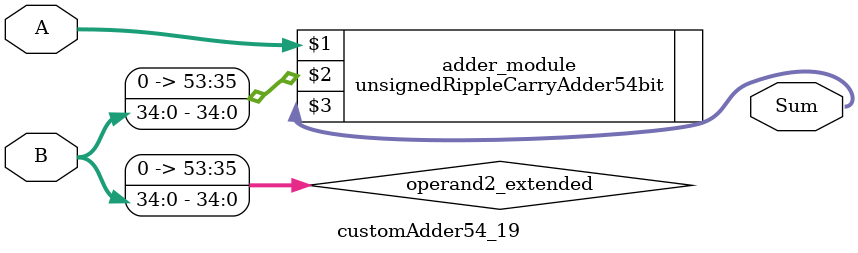
<source format=v>
module customAdder54_19(
                        input [53 : 0] A,
                        input [34 : 0] B,
                        
                        output [54 : 0] Sum
                );

        wire [53 : 0] operand2_extended;
        
        assign operand2_extended =  {19'b0, B};
        
        unsignedRippleCarryAdder54bit adder_module(
            A,
            operand2_extended,
            Sum
        );
        
        endmodule
        
</source>
